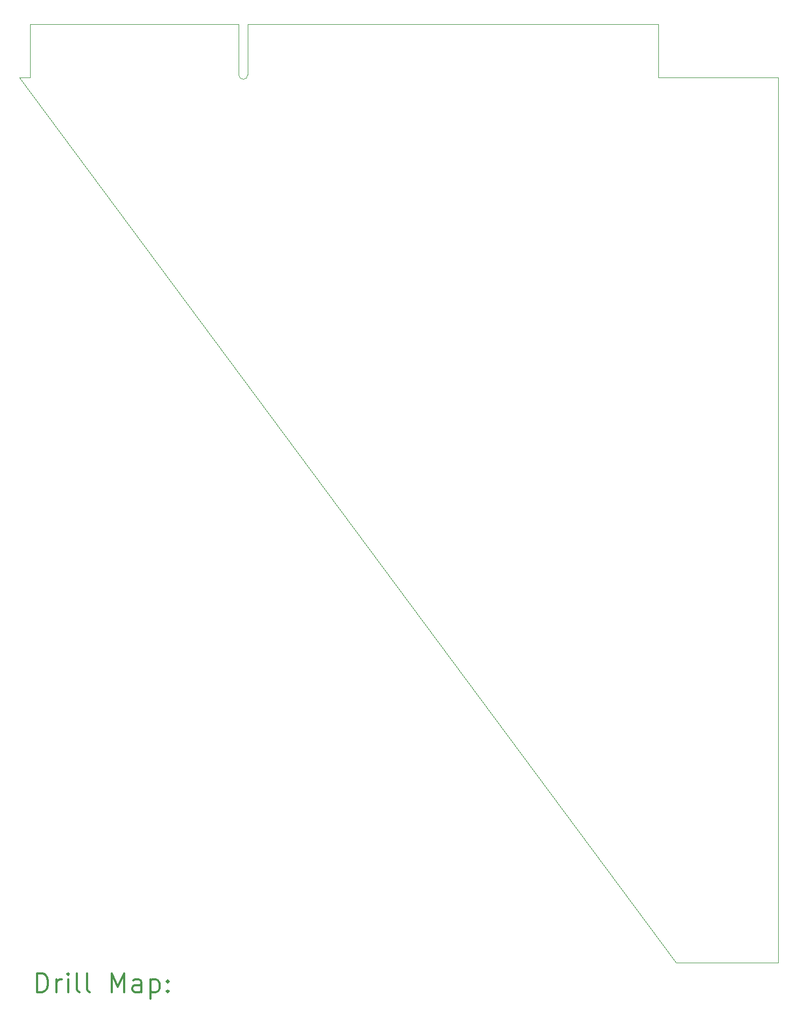
<source format=gbr>
%FSLAX45Y45*%
G04 Gerber Fmt 4.5, Leading zero omitted, Abs format (unit mm)*
G04 Created by KiCad (PCBNEW (5.1.6)-1) date 2023-02-01 13:27:30*
%MOMM*%
%LPD*%
G01*
G04 APERTURE LIST*
%TA.AperFunction,Profile*%
%ADD10C,0.050000*%
%TD*%
%ADD11C,0.200000*%
%ADD12C,0.300000*%
G04 APERTURE END LIST*
D10*
X14814804Y-17699736D02*
X4462780Y-3772154D01*
X14876272Y-3771900D02*
X14530324Y-3771900D01*
X4582160Y-3772154D02*
X4462780Y-3772154D01*
X4635754Y-3772154D02*
X4582160Y-3772154D01*
X16420084Y-17699736D02*
X14814804Y-17699736D01*
X16420084Y-3771900D02*
X16420084Y-17699736D01*
X14876272Y-3771900D02*
X16420084Y-3771900D01*
X4635754Y-2939542D02*
X4635754Y-3772154D01*
X7923784Y-2939542D02*
X4635754Y-2939542D01*
X14530324Y-3771900D02*
X14530324Y-3765296D01*
X14530324Y-2939542D02*
X14530324Y-3765296D01*
X7923784Y-3733038D02*
X7923784Y-3729482D01*
X8063487Y-3733292D02*
X8063484Y-3729482D01*
X8063487Y-3733292D02*
G75*
G02*
X7923784Y-3733038I-69852J0D01*
G01*
X8063484Y-2939542D02*
X14530324Y-2939542D01*
X8063484Y-3729482D02*
X8063484Y-2939542D01*
X7923784Y-2939542D02*
X7923784Y-3729482D01*
D11*
D12*
X4746708Y-18167950D02*
X4746708Y-17867950D01*
X4818137Y-17867950D01*
X4860994Y-17882236D01*
X4889566Y-17910808D01*
X4903851Y-17939379D01*
X4918137Y-17996522D01*
X4918137Y-18039379D01*
X4903851Y-18096522D01*
X4889566Y-18125093D01*
X4860994Y-18153665D01*
X4818137Y-18167950D01*
X4746708Y-18167950D01*
X5046708Y-18167950D02*
X5046708Y-17967950D01*
X5046708Y-18025093D02*
X5060994Y-17996522D01*
X5075280Y-17982236D01*
X5103851Y-17967950D01*
X5132423Y-17967950D01*
X5232423Y-18167950D02*
X5232423Y-17967950D01*
X5232423Y-17867950D02*
X5218137Y-17882236D01*
X5232423Y-17896522D01*
X5246708Y-17882236D01*
X5232423Y-17867950D01*
X5232423Y-17896522D01*
X5418137Y-18167950D02*
X5389566Y-18153665D01*
X5375280Y-18125093D01*
X5375280Y-17867950D01*
X5575280Y-18167950D02*
X5546708Y-18153665D01*
X5532423Y-18125093D01*
X5532423Y-17867950D01*
X5918137Y-18167950D02*
X5918137Y-17867950D01*
X6018137Y-18082236D01*
X6118137Y-17867950D01*
X6118137Y-18167950D01*
X6389566Y-18167950D02*
X6389566Y-18010808D01*
X6375280Y-17982236D01*
X6346708Y-17967950D01*
X6289566Y-17967950D01*
X6260994Y-17982236D01*
X6389566Y-18153665D02*
X6360994Y-18167950D01*
X6289566Y-18167950D01*
X6260994Y-18153665D01*
X6246708Y-18125093D01*
X6246708Y-18096522D01*
X6260994Y-18067950D01*
X6289566Y-18053665D01*
X6360994Y-18053665D01*
X6389566Y-18039379D01*
X6532423Y-17967950D02*
X6532423Y-18267950D01*
X6532423Y-17982236D02*
X6560994Y-17967950D01*
X6618137Y-17967950D01*
X6646708Y-17982236D01*
X6660994Y-17996522D01*
X6675280Y-18025093D01*
X6675280Y-18110808D01*
X6660994Y-18139379D01*
X6646708Y-18153665D01*
X6618137Y-18167950D01*
X6560994Y-18167950D01*
X6532423Y-18153665D01*
X6803851Y-18139379D02*
X6818137Y-18153665D01*
X6803851Y-18167950D01*
X6789566Y-18153665D01*
X6803851Y-18139379D01*
X6803851Y-18167950D01*
X6803851Y-17982236D02*
X6818137Y-17996522D01*
X6803851Y-18010808D01*
X6789566Y-17996522D01*
X6803851Y-17982236D01*
X6803851Y-18010808D01*
M02*

</source>
